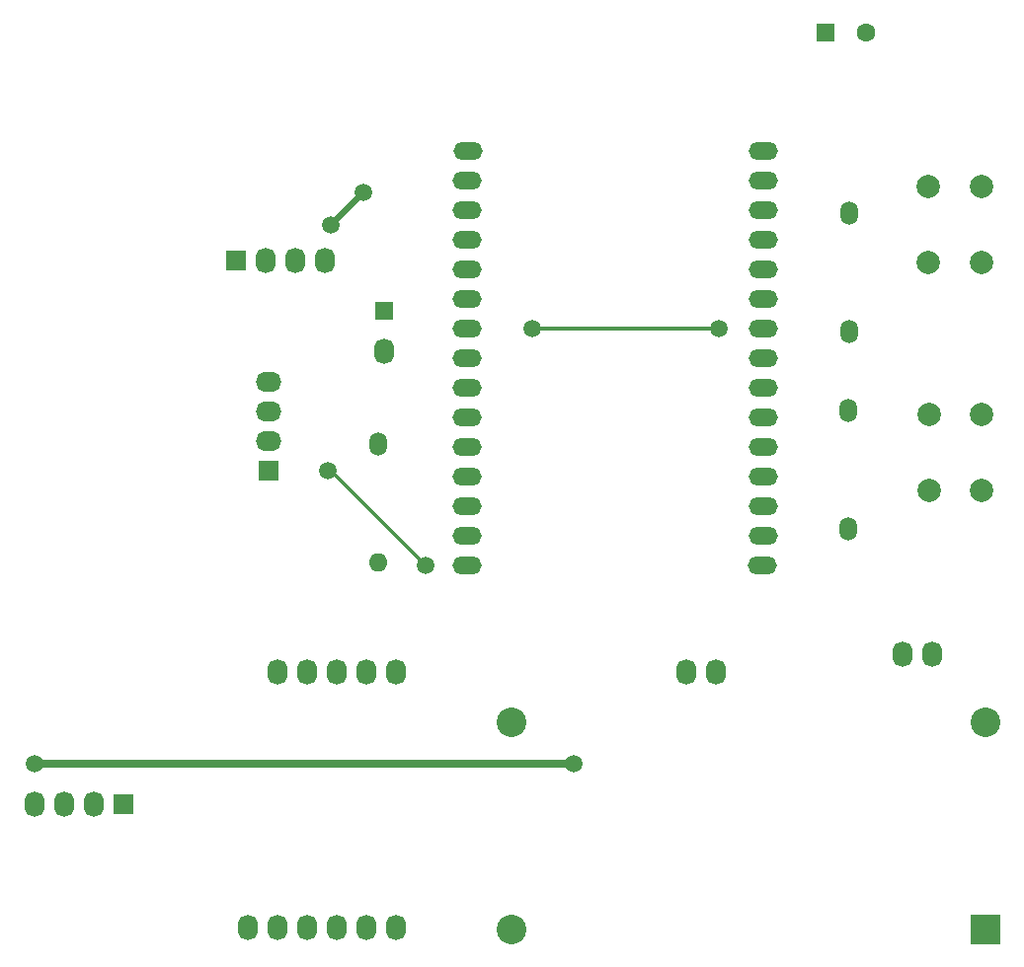
<source format=gbr>
%TF.GenerationSoftware,KiCad,Pcbnew,8.0.9-8.0.9-0~ubuntu22.04.1*%
%TF.CreationDate,2025-05-12T13:18:15+05:45*%
%TF.ProjectId,minor_hardware_pcb,6d696e6f-725f-4686-9172-64776172655f,rev?*%
%TF.SameCoordinates,Original*%
%TF.FileFunction,Copper,L1,Top*%
%TF.FilePolarity,Positive*%
%FSLAX46Y46*%
G04 Gerber Fmt 4.6, Leading zero omitted, Abs format (unit mm)*
G04 Created by KiCad (PCBNEW 8.0.9-8.0.9-0~ubuntu22.04.1) date 2025-05-12 13:18:15*
%MOMM*%
%LPD*%
G01*
G04 APERTURE LIST*
%TA.AperFunction,ComponentPad*%
%ADD10O,1.524000X2.000000*%
%TD*%
%TA.AperFunction,ComponentPad*%
%ADD11O,2.500000X1.524000*%
%TD*%
%TA.AperFunction,ComponentPad*%
%ADD12O,1.700000X2.200000*%
%TD*%
%TA.AperFunction,ComponentPad*%
%ADD13R,1.700000X1.700000*%
%TD*%
%TA.AperFunction,ComponentPad*%
%ADD14O,2.200000X1.700000*%
%TD*%
%TA.AperFunction,ComponentPad*%
%ADD15C,2.000000*%
%TD*%
%TA.AperFunction,ComponentPad*%
%ADD16R,1.600000X1.600000*%
%TD*%
%TA.AperFunction,ComponentPad*%
%ADD17C,1.600000*%
%TD*%
%TA.AperFunction,ComponentPad*%
%ADD18R,2.540000X2.540000*%
%TD*%
%TA.AperFunction,ComponentPad*%
%ADD19C,2.540000*%
%TD*%
%TA.AperFunction,ComponentPad*%
%ADD20O,1.600000X1.600000*%
%TD*%
%TA.AperFunction,ViaPad*%
%ADD21C,1.500000*%
%TD*%
%TA.AperFunction,Conductor*%
%ADD22C,0.700000*%
%TD*%
%TA.AperFunction,Conductor*%
%ADD23C,0.500000*%
%TD*%
%TA.AperFunction,Conductor*%
%ADD24C,0.300000*%
%TD*%
G04 APERTURE END LIST*
D10*
%TO.P,R1,1*%
%TO.N,/PANIC*%
X172720000Y-109220000D03*
%TO.P,R1,2*%
%TO.N,GND*%
X172720000Y-99060000D03*
%TD*%
D11*
%TO.P,U1,1,EN*%
%TO.N,unconnected-(U1-EN-Pad1)*%
X165279000Y-129286000D03*
%TO.P,U1,2,SENSOR_VP*%
%TO.N,unconnected-(U1-SENSOR_VP-Pad2)*%
X165354000Y-126746000D03*
%TO.P,U1,3,SENSOR_VN*%
%TO.N,unconnected-(U1-SENSOR_VN-Pad3)*%
X165354000Y-124206000D03*
%TO.P,U1,4,IO34*%
%TO.N,/TERMINATE*%
X165354000Y-121666000D03*
%TO.P,U1,5,IO35*%
%TO.N,/PANIC*%
X165354000Y-119126000D03*
%TO.P,U1,6,IO32*%
%TO.N,unconnected-(U1-IO32-Pad6)*%
X165354000Y-116586000D03*
%TO.P,U1,7,IO33*%
%TO.N,unconnected-(U1-IO33-Pad7)*%
X165354000Y-114046000D03*
%TO.P,U1,8,IO25*%
%TO.N,unconnected-(U1-IO25-Pad8)*%
X165354000Y-111506000D03*
%TO.P,U1,9,IO26*%
%TO.N,/TXGSM*%
X165354000Y-108966000D03*
%TO.P,U1,10,IO27*%
%TO.N,unconnected-(U1-IO27-Pad10)*%
X165354000Y-106426000D03*
%TO.P,U1,11,IO14*%
%TO.N,unconnected-(U1-IO14-Pad11)*%
X165354000Y-103886000D03*
%TO.P,U1,12,IO12*%
%TO.N,unconnected-(U1-IO12-Pad12)*%
X165354000Y-101346000D03*
%TO.P,U1,13,IO13*%
%TO.N,unconnected-(U1-IO13-Pad13)*%
X165354000Y-98806000D03*
%TO.P,U1,14,GND*%
%TO.N,GND*%
X165354000Y-96266000D03*
%TO.P,U1,15,VIN*%
%TO.N,/POWER*%
X165354000Y-93726000D03*
%TO.P,U1,16,3V3*%
%TO.N,+3V3*%
X140029000Y-93726000D03*
%TO.P,U1,17,GND*%
%TO.N,GND*%
X139954000Y-96266000D03*
%TO.P,U1,18,IO15*%
%TO.N,/RXGSM*%
X139954000Y-98806000D03*
%TO.P,U1,19,IO2*%
%TO.N,unconnected-(U1-IO2-Pad19)*%
X139954000Y-101346000D03*
%TO.P,U1,20,IO4*%
%TO.N,unconnected-(U1-IO4-Pad20)*%
X139954000Y-103886000D03*
%TO.P,U1,21,IO16*%
%TO.N,/TXGPS*%
X139954000Y-106426000D03*
%TO.P,U1,22,IO17*%
%TO.N,/RXGPS*%
X139954000Y-108966000D03*
%TO.P,U1,23,IO5*%
%TO.N,unconnected-(U1-IO5-Pad23)*%
X139954000Y-111506000D03*
%TO.P,U1,24,IO18*%
%TO.N,/BLUE*%
X139954000Y-114046000D03*
%TO.P,U1,25,IO19*%
%TO.N,/GREEN*%
X139954000Y-116586000D03*
%TO.P,U1,26,IO21*%
%TO.N,/DISP_SCL*%
X139954000Y-119126000D03*
%TO.P,U1,27,RXD0*%
%TO.N,unconnected-(U1-RXD0-Pad27)*%
X139954000Y-121666000D03*
%TO.P,U1,28,TXD0*%
%TO.N,unconnected-(U1-TXD0-Pad28)*%
X139954000Y-124206000D03*
%TO.P,U1,29,IO22*%
%TO.N,/DISP_SDA*%
X139954000Y-126746000D03*
%TO.P,U1,30,IO23*%
%TO.N,/RED*%
X139954000Y-129286000D03*
%TD*%
D12*
%TO.P,J4,1,Pin_1*%
%TO.N,/POWER*%
X158745000Y-138430000D03*
%TO.P,J4,2,Pin_2*%
%TO.N,+7.5V*%
X161285000Y-138430000D03*
%TD*%
D13*
%TO.P,J3,1,Pin_1*%
%TO.N,/RED*%
X122936000Y-121158000D03*
D14*
%TO.P,J3,2,Pin_2*%
%TO.N,Net-(J3-Pin_2)*%
X122936000Y-118618000D03*
%TO.P,J3,3,Pin_3*%
%TO.N,/GREEN*%
X122936000Y-116078000D03*
%TO.P,J3,4,Pin_4*%
%TO.N,/BLUE*%
X122936000Y-113538000D03*
%TD*%
D12*
%TO.P,J2,1,Pin_1*%
%TO.N,+7.5V*%
X177292000Y-136906000D03*
%TO.P,J2,2,Pin_2*%
%TO.N,GND*%
X179832000Y-136906000D03*
%TD*%
D15*
%TO.P,SW1,1,1*%
%TO.N,+3V3*%
X184042000Y-96826000D03*
X184042000Y-103326000D03*
%TO.P,SW1,2,2*%
%TO.N,/PANIC*%
X179542000Y-96826000D03*
X179542000Y-103326000D03*
%TD*%
D10*
%TO.P,R2,1*%
%TO.N,/TERMINATE*%
X172684000Y-116026000D03*
%TO.P,R2,2*%
%TO.N,GND*%
X172684000Y-126186000D03*
%TD*%
D16*
%TO.P,C1,1*%
%TO.N,/POWER*%
X170688000Y-83566000D03*
D17*
%TO.P,C1,2*%
%TO.N,GND*%
X174188000Y-83566000D03*
%TD*%
D15*
%TO.P,SW2,1,1*%
%TO.N,+3V3*%
X184114000Y-116384000D03*
X184114000Y-122884000D03*
%TO.P,SW2,2,2*%
%TO.N,/TERMINATE*%
X179614000Y-116384000D03*
X179614000Y-122884000D03*
%TD*%
D18*
%TO.P,P1,1,input*%
%TO.N,+7.5V*%
X184404000Y-160528000D03*
D19*
%TO.P,P1,2,GND*%
%TO.N,GND*%
X184404000Y-142748000D03*
%TO.P,P1,3,output*%
%TO.N,+4V*%
X143764000Y-160528000D03*
%TO.P,P1,4,GND*%
%TO.N,GND*%
X143764000Y-142748000D03*
%TD*%
D12*
%TO.P,U2,1,VCC*%
%TO.N,+4V*%
X133858000Y-138430000D03*
%TO.P,U2,2,RST*%
%TO.N,unconnected-(U2-RST-Pad2)*%
X131318000Y-138430000D03*
%TO.P,U2,3,RXD*%
%TO.N,/RXGSM*%
X128778000Y-138430000D03*
%TO.P,U2,4,TXD*%
%TO.N,/TXGSM*%
X126238000Y-138430000D03*
%TO.P,U2,5,GND*%
%TO.N,GND*%
X123698000Y-138430000D03*
%TO.P,U2,6,SPKN*%
%TO.N,unconnected-(U2-SPKN-Pad6)*%
X121158000Y-160350000D03*
%TO.P,U2,7,SPKP*%
%TO.N,unconnected-(U2-SPKP-Pad7)*%
X123698000Y-160350000D03*
%TO.P,U2,8,MICN*%
%TO.N,unconnected-(U2-MICN-Pad8)*%
X126238000Y-160350000D03*
%TO.P,U2,9,MICP*%
%TO.N,unconnected-(U2-MICP-Pad9)*%
X128778000Y-160350000D03*
%TO.P,U2,10,DTR*%
%TO.N,unconnected-(U2-DTR-Pad10)*%
X131318000Y-160350000D03*
%TO.P,U2,11,RING*%
%TO.N,unconnected-(U2-RING-Pad11)*%
X133858000Y-160350000D03*
%TD*%
D10*
%TO.P,R3,1*%
%TO.N,Net-(J3-Pin_2)*%
X132334000Y-118872000D03*
D20*
%TO.P,R3,2*%
%TO.N,GND*%
X132334000Y-129032000D03*
%TD*%
D13*
%TO.P,J1,1,Pin_1*%
%TO.N,GND*%
X120142000Y-103124000D03*
D12*
%TO.P,J1,2,Pin_2*%
%TO.N,/TXGPS*%
X122682000Y-103124000D03*
%TO.P,J1,3,Pin_3*%
%TO.N,/RXGPS*%
X125222000Y-103124000D03*
%TO.P,J1,4,Pin_4*%
%TO.N,+3V3*%
X127762000Y-103124000D03*
%TD*%
D16*
%TO.P,C2,1*%
%TO.N,+3V3*%
X132842000Y-107442000D03*
D12*
%TO.P,C2,2*%
%TO.N,GND*%
X132842000Y-110942000D03*
%TD*%
%TO.P,J5,1,Pin_1*%
%TO.N,/POWER*%
X102860000Y-149803000D03*
%TO.P,J5,2,Pin_2*%
%TO.N,/DISP_SCL*%
X105400000Y-149803000D03*
%TO.P,J5,3,Pin_3*%
%TO.N,/DISP_SDA*%
X107940000Y-149803000D03*
D13*
%TO.P,J5,4,Pin_4*%
%TO.N,GND*%
X110480000Y-149803000D03*
%TD*%
D21*
%TO.N,/POWER*%
X149098000Y-146304000D03*
X102870000Y-146304000D03*
%TO.N,+3V3*%
X128270000Y-100076000D03*
X131064000Y-97282000D03*
%TO.N,/RED*%
X136398000Y-129286000D03*
X128016000Y-121158000D03*
%TO.N,/TXGSM*%
X161544000Y-108966000D03*
X145542000Y-108966000D03*
%TD*%
D22*
%TO.N,/POWER*%
X149098000Y-146304000D02*
X102870000Y-146304000D01*
D23*
%TO.N,+3V3*%
X128270000Y-100076000D02*
X131064000Y-97282000D01*
D24*
%TO.N,/RED*%
X128016000Y-121158000D02*
X128270000Y-121158000D01*
X128270000Y-121158000D02*
X136398000Y-129286000D01*
%TO.N,/TXGSM*%
X145542000Y-108966000D02*
X161544000Y-108966000D01*
%TD*%
M02*

</source>
